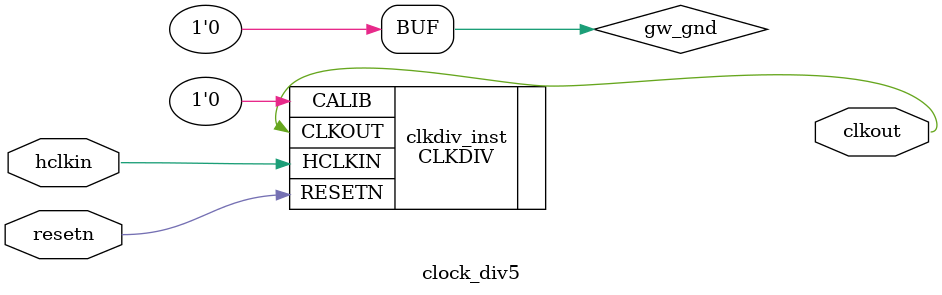
<source format=v>

module clock_div5 (clkout, hclkin, resetn);

output clkout;
input hclkin;
input resetn;

wire gw_gnd;

assign gw_gnd = 1'b0;

CLKDIV clkdiv_inst (
    .CLKOUT(clkout),
    .HCLKIN(hclkin),
    .RESETN(resetn),
    .CALIB(gw_gnd)
);

defparam clkdiv_inst.DIV_MODE = "5";
defparam clkdiv_inst.GSREN = "false";

endmodule //clock_div5

</source>
